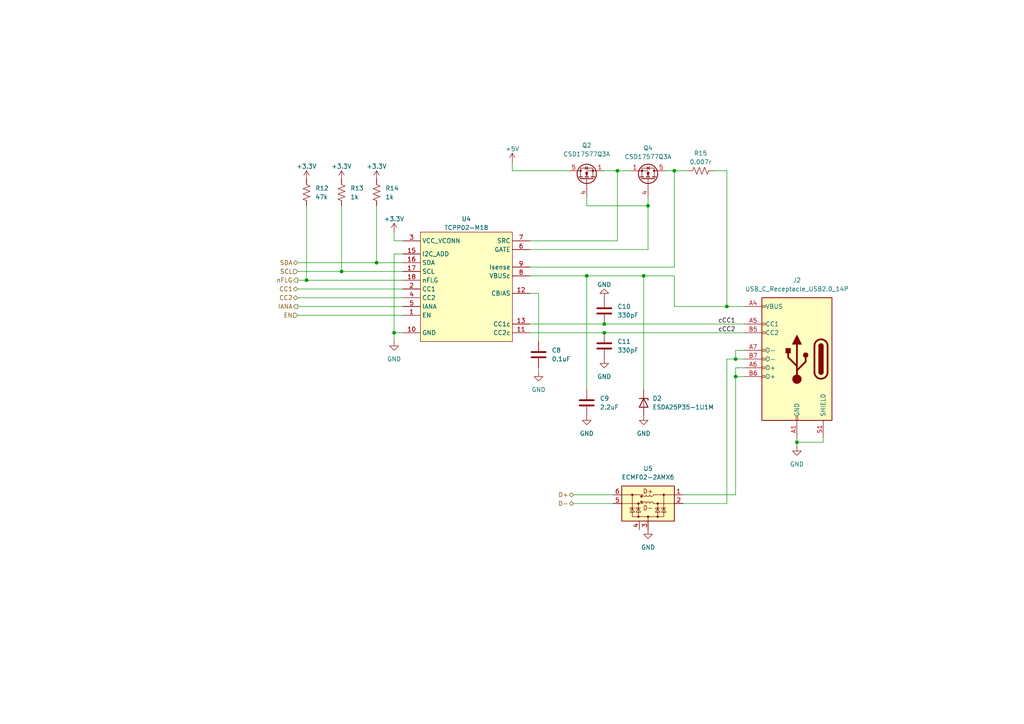
<source format=kicad_sch>
(kicad_sch (version 20231120) (generator "eeschema") (generator_version "8.0")
  (paper "A4")
  (title_block (date "mar. 31 mars 2015"))
  (lib_symbols
    (symbol "Connector:USB_C_Receptacle_USB2.0_14P" (pin_names (offset 1.016))
      (property "Reference" "J" (at 0 22.225 0))
      (property "Value" "USB_C_Receptacle_USB2.0_14P" (at 0 19.685 0))
      (symbol "USB_C_Receptacle_USB2.0_14P_0_0"
        (rectangle (start -0.254 -17.78) (end 0.254 -16.764))
        (rectangle (start 10.16 -4.826) (end 9.144 -5.334))
        (rectangle (start 10.16 -2.286) (end 9.144 -2.794))
        (rectangle (start 10.16 0.254) (end 9.144 -0.254))
        (rectangle (start 10.16 2.794) (end 9.144 2.286))
        (rectangle (start 10.16 7.874) (end 9.144 7.366))
        (rectangle (start 10.16 10.414) (end 9.144 9.906))
        (rectangle (start 10.16 15.494) (end 9.144 14.986))
      )
      (symbol "USB_C_Receptacle_USB2.0_14P_0_1"
        (rectangle (start -10.16 17.78) (end 10.16 -17.78) (stroke (width 0.254)) (fill (type background)))
        (arc (start -8.89 -3.81) (mid -6.985 -5.7067) (end -5.08 -3.81) (stroke (width 0.508)))
        (arc (start -7.62 -3.81) (mid -6.985 -4.4423) (end -6.35 -3.81) (stroke (width 0.254)))
        (arc (start -7.62 -3.81) (mid -6.985 -4.4423) (end -6.35 -3.81) (stroke (width 0.254)) (fill (type outline)))
        (rectangle (start -7.62 -3.81) (end -6.35 3.81) (stroke (width 0.254)) (fill (type outline)))
        (arc (start -6.35 3.81) (mid -6.985 4.4423) (end -7.62 3.81) (stroke (width 0.254)))
        (arc (start -6.35 3.81) (mid -6.985 4.4423) (end -7.62 3.81) (stroke (width 0.254)) (fill (type outline)))
        (arc (start -5.08 3.81) (mid -6.985 5.7067) (end -8.89 3.81) (stroke (width 0.508)))
        (circle (center -2.54 1.143) (radius 0.635) (stroke (width 0.254)) (fill (type outline)))
        (circle (center 0 -5.842) (radius 1.27) (fill (type outline)))
        (polyline (pts (xy -8.89 -3.81) (xy -8.89 3.81)) (stroke (width 0.508)))
        (polyline (pts (xy -5.08 3.81) (xy -5.08 -3.81)) (stroke (width 0.508)))
        (polyline (pts (xy 0 -5.842) (xy 0 4.318)) (stroke (width 0.508)))
        (polyline (pts (xy 0 -3.302) (xy -2.54 -0.762) (xy -2.54 0.508)) (stroke (width 0.508)))
        (polyline (pts (xy 0 -2.032) (xy 2.54 0.508) (xy 2.54 1.778)) (stroke (width 0.508)))
        (polyline (pts (xy -1.27 4.318) (xy 0 6.858) (xy 1.27 4.318) (xy -1.27 4.318)) (stroke (width 0.254)) (fill (type outline)))
        (rectangle (start 1.905 1.778) (end 3.175 3.048) (stroke (width 0.254)) (fill (type outline)))
      )
      (symbol "USB_C_Receptacle_USB2.0_14P_1_1"
        (pin passive line (at 0 -22.86 90) (length 5.08) (name "GND") (number "A1"))
        (pin passive line (at 0 -22.86 90) (length 5.08) hide (name "GND") (number "A12"))
        (pin passive line (at 15.24 15.24 180) (length 5.08) (name "VBUS") (number "A4"))
        (pin bidirectional line (at 15.24 10.16 180) (length 5.08) (name "CC1") (number "A5"))
        (pin bidirectional line (at 15.24 -2.54 180) (length 5.08) (name "D+") (number "A6"))
        (pin bidirectional line (at 15.24 2.54 180) (length 5.08) (name "D-") (number "A7"))
        (pin passive line (at 15.24 15.24 180) (length 5.08) hide (name "VBUS") (number "A9"))
        (pin passive line (at 0 -22.86 90) (length 5.08) hide (name "GND") (number "B1"))
        (pin passive line (at 0 -22.86 90) (length 5.08) hide (name "GND") (number "B12"))
        (pin passive line (at 15.24 15.24 180) (length 5.08) hide (name "VBUS") (number "B4"))
        (pin bidirectional line (at 15.24 7.62 180) (length 5.08) (name "CC2") (number "B5"))
        (pin bidirectional line (at 15.24 -5.08 180) (length 5.08) (name "D+") (number "B6"))
        (pin bidirectional line (at 15.24 0 180) (length 5.08) (name "D-") (number "B7"))
        (pin passive line (at 15.24 15.24 180) (length 5.08) hide (name "VBUS") (number "B9"))
        (pin passive line (at -7.62 -22.86 90) (length 5.08) (name "SHIELD") (number "S1"))
      )
    )
    (symbol "Device:C" (pin_numbers hide) (pin_names (offset 0.254))
      (property "Reference" "C" (at 0.635 2.54 0))
      (property "Value" "C" (at 0.635 -2.54 0))
      (symbol "C_0_1"
        (polyline (pts (xy -2.032 -0.762) (xy 2.032 -0.762)) (stroke (width 0.508)))
        (polyline (pts (xy -2.032 0.762) (xy 2.032 0.762)) (stroke (width 0.508)))
      )
      (symbol "C_1_1"
        (pin passive line (at 0 3.81 270) (length 2.794) (name "~") (number "1"))
        (pin passive line (at 0 -3.81 90) (length 2.794) (name "~") (number "2"))
      )
    )
    (symbol "Device:D_Zener" (pin_numbers hide) (pin_names (offset 1.016) hide)
      (property "Reference" "D" (at 0 2.54 0))
      (property "Value" "D_Zener" (at 0 -2.54 0))
      (symbol "D_Zener_0_1"
        (polyline (pts (xy 1.27 0) (xy -1.27 0)))
        (polyline (pts (xy -1.27 -1.27) (xy -1.27 1.27) (xy -0.762 1.27)) (stroke (width 0.254)))
        (polyline (pts (xy 1.27 -1.27) (xy 1.27 1.27) (xy -1.27 0) (xy 1.27 -1.27)) (stroke (width 0.254)))
      )
      (symbol "D_Zener_1_1"
        (pin passive line (at -3.81 0 0) (length 2.54) (name "K") (number "1"))
        (pin passive line (at 3.81 0 180) (length 2.54) (name "A") (number "2"))
      )
    )
    (symbol "Device:R_US" (pin_numbers hide) (pin_names (offset 0))
      (property "Reference" "R" (at 2.54 0 90))
      (property "Value" "R_US" (at -2.54 0 90))
      (symbol "R_US_0_1"
        (polyline (pts (xy 0 -2.286) (xy 0 -2.54)))
        (polyline (pts (xy 0 2.286) (xy 0 2.54)))
        (polyline (pts (xy 0 -0.762) (xy 1.016 -1.143) (xy 0 -1.524) (xy -1.016 -1.905) (xy 0 -2.286)))
        (polyline (pts (xy 0 0.762) (xy 1.016 0.381) (xy 0 0) (xy -1.016 -0.381) (xy 0 -0.762)))
        (polyline (pts (xy 0 2.286) (xy 1.016 1.905) (xy 0 1.524) (xy -1.016 1.143) (xy 0 0.762)))
      )
      (symbol "R_US_1_1"
        (pin passive line (at 0 3.81 270) (length 1.27) (name "~") (number "1"))
        (pin passive line (at 0 -3.81 90) (length 1.27) (name "~") (number "2"))
      )
    )
    (symbol "Power_Protection:ECMF02-2AMX6" (pin_names (offset 0.0254) hide)
      (property "Reference" "U" (at 0 10.16 0))
      (property "Value" "ECMF02-2AMX6" (at 0 7.62 0))
      (symbol "ECMF02-2AMX6_0_1"
        (rectangle (start -7.62 5.08) (end 7.62 -5.08) (stroke (width 0.254)) (fill (type background)))
        (arc (start -1.524 2.5023) (mid -1.016 2.0306) (end -0.508 2.5023))
        (arc (start -0.508 0.0377) (mid -1.016 0.5094) (end -1.524 0.0377))
        (arc (start -0.508 2.5023) (mid 0 2.0306) (end 0.508 2.5023))
        (polyline (pts (xy -7.62 0) (xy -1.524 0)))
        (polyline (pts (xy -7.62 2.54) (xy -1.524 2.54)))
        (polyline (pts (xy -4.572 -3.81) (xy 4.572 -3.81)))
        (polyline (pts (xy -4.572 2.54) (xy -4.572 -3.81)))
        (polyline (pts (xy -2.794 0) (xy -2.794 -3.81)))
        (polyline (pts (xy 0 -5.08) (xy 0 -3.81)))
        (polyline (pts (xy 2.54 0) (xy 1.524 0)))
        (polyline (pts (xy 2.54 0) (xy 7.62 0)))
        (polyline (pts (xy 2.54 2.54) (xy 1.524 2.54)))
        (polyline (pts (xy 2.54 2.54) (xy 7.62 2.54)))
        (polyline (pts (xy 2.794 0) (xy 2.794 -3.81)))
        (polyline (pts (xy 4.572 2.54) (xy 4.572 -3.81)))
        (arc (start 0.508 0.0377) (mid 0 0.5094) (end -0.508 0.0377))
        (arc (start 0.508 2.5023) (mid 1.016 2.0306) (end 1.524 2.5023))
        (arc (start 1.524 0.0377) (mid 1.016 0.5094) (end 0.508 0.0377))
        (text "D+" (at 0 3.556 0) (effects (font (size 1.27 1.27))))
        (text "D-" (at 0 -1.27 0) (effects (font (size 1.27 1.27))))
      )
      (symbol "ECMF02-2AMX6_1_1"
        (circle (center -4.572 2.54) (radius 0.254) (fill (type outline)))
        (circle (center -2.794 -3.81) (radius 0.254) (fill (type outline)))
        (circle (center -2.794 0) (radius 0.254) (fill (type outline)))
        (circle (center 0 -3.81) (radius 0.254) (fill (type outline)))
        (polyline (pts (xy -3.937 -1.651) (xy -3.937 -1.27) (xy -5.207 -1.27)))
        (polyline (pts (xy -2.159 -1.651) (xy -2.159 -1.27) (xy -3.429 -1.27)))
        (polyline (pts (xy 3.429 -1.651) (xy 3.429 -1.27) (xy 2.159 -1.27)))
        (polyline (pts (xy 5.207 -1.651) (xy 5.207 -1.27) (xy 3.937 -1.27)))
        (polyline (pts (xy -5.207 -2.54) (xy -3.937 -2.54) (xy -4.572 -1.27) (xy -5.207 -2.54)))
        (polyline (pts (xy -3.429 -2.54) (xy -2.159 -2.54) (xy -2.794 -1.27) (xy -3.429 -2.54)))
        (polyline (pts (xy 3.429 -2.54) (xy 2.159 -2.54) (xy 2.794 -1.27) (xy 3.429 -2.54)))
        (polyline (pts (xy 5.207 -2.54) (xy 3.937 -2.54) (xy 4.572 -1.27) (xy 5.207 -2.54)))
        (circle (center 1.905 0.508) (radius 0.254) (fill (type outline)))
        (circle (center 1.905 2.032) (radius 0.254) (fill (type outline)))
        (circle (center 2.794 -3.81) (radius 0.254) (fill (type outline)))
        (circle (center 2.794 0) (radius 0.254) (fill (type outline)))
        (circle (center 4.572 2.54) (radius 0.254) (fill (type outline)))
        (pin passive line (at -10.16 2.54 0) (length 2.54) (name "D+_in") (number "1"))
        (pin passive line (at -10.16 0 0) (length 2.54) (name "D-_in") (number "2"))
        (pin power_in line (at 0 -7.62 90) (length 2.54) (name "GND") (number "3"))
        (pin free line (at 2.54 -7.62 90) (length 2.54) (name "NC") (number "4"))
        (pin passive line (at 10.16 0 180) (length 2.54) (name "D-_out") (number "5"))
        (pin passive line (at 10.16 2.54 180) (length 2.54) (name "D+_out") (number "6"))
      )
    )
    (symbol "Transistor_FET:CSD17577Q3A" (pin_names hide)
      (property "Reference" "Q" (at 5.08 1.905 0))
      (property "Value" "CSD17577Q3A" (at 5.08 0 0))
      (symbol "CSD17577Q3A_0_1"
        (polyline (pts (xy 0.254 0) (xy -2.54 0)))
        (polyline (pts (xy 0.254 1.905) (xy 0.254 -1.905)) (stroke (width 0.254)))
        (polyline (pts (xy 0.762 -1.27) (xy 0.762 -2.286)) (stroke (width 0.254)))
        (polyline (pts (xy 0.762 0.508) (xy 0.762 -0.508)) (stroke (width 0.254)))
        (polyline (pts (xy 0.762 2.286) (xy 0.762 1.27)) (stroke (width 0.254)))
        (polyline (pts (xy 2.54 2.54) (xy 2.54 1.778)))
        (polyline (pts (xy 2.54 -2.54) (xy 2.54 0) (xy 0.762 0)))
        (polyline (pts (xy 0.762 -1.778) (xy 3.302 -1.778) (xy 3.302 1.778) (xy 0.762 1.778)))
        (polyline (pts (xy 1.016 0) (xy 2.032 0.381) (xy 2.032 -0.381) (xy 1.016 0)) (fill (type outline)))
        (polyline (pts (xy 2.794 0.508) (xy 2.921 0.381) (xy 3.683 0.381) (xy 3.81 0.254)))
        (polyline (pts (xy 3.302 0.381) (xy 2.921 -0.254) (xy 3.683 -0.254) (xy 3.302 0.381)))
        (circle (center 1.651 0) (radius 2.794) (stroke (width 0.254)))
        (circle (center 2.54 -1.778) (radius 0.254) (fill (type outline)))
        (circle (center 2.54 1.778) (radius 0.254) (fill (type outline)))
      )
      (symbol "CSD17577Q3A_1_1"
        (pin passive line (at 2.54 -5.08 90) (length 2.54) (name "S") (number "1"))
        (pin passive line (at 2.54 -5.08 90) (length 2.54) hide (name "S") (number "2"))
        (pin passive line (at 2.54 -5.08 90) (length 2.54) hide (name "S") (number "3"))
        (pin passive line (at -5.08 0 0) (length 2.54) (name "G") (number "4"))
        (pin passive line (at 2.54 5.08 270) (length 2.54) (name "D") (number "5"))
      )
    )
    (symbol "power:+3.3V" (power) (pin_numbers hide) (pin_names (offset 0) hide)
      (property "Value" "+3.3V" (at 0 3.556 0))
      (symbol "+3.3V_0_1"
        (polyline (pts (xy -0.762 1.27) (xy 0 2.54)))
        (polyline (pts (xy 0 0) (xy 0 2.54)))
        (polyline (pts (xy 0 2.54) (xy 0.762 1.27)))
      )
      (symbol "+3.3V_1_1"
        (pin power_in line (at 0 0 90) (length 0) (name "~") (number "1"))
      )
    )
    (symbol "power:+5V" (power) (pin_numbers hide) (pin_names (offset 0) hide)
      (property "Value" "+5V" (at 0 3.556 0))
      (symbol "+5V_0_1"
        (polyline (pts (xy -0.762 1.27) (xy 0 2.54)))
        (polyline (pts (xy 0 0) (xy 0 2.54)))
        (polyline (pts (xy 0 2.54) (xy 0.762 1.27)))
      )
      (symbol "+5V_1_1"
        (pin power_in line (at 0 0 90) (length 0) (name "~") (number "1"))
      )
    )
    (symbol "power:GND" (power) (pin_numbers hide) (pin_names (offset 0) hide)
      (property "Value" "GND" (at 0 -3.81 0))
      (symbol "GND_0_1"
        (polyline (pts (xy 0 0) (xy 0 -1.27) (xy 1.27 -1.27) (xy 0 -2.54) (xy -1.27 -1.27) (xy 0 -1.27)))
      )
      (symbol "GND_1_1"
        (pin power_in line (at 0 0 270) (length 0) (name "~") (number "1"))
      )
    )
    (symbol "steezeman:TCPP02-M18"
      (property "Reference" "U" (at 21.082 8.382 0))
      (property "Value" "TCPP02-M18" (at 0 -7.62 0))
      (symbol "TCPP02-M18_1_1"
        (rectangle (start 5.08 2.54) (end 31.75 -29.21) (fill (type background)))
        (pin input line (at 0 -21.59 0) (length 5.08) (name "EN") (number "1"))
        (pin power_in line (at 0 -26.67 0) (length 5.08) (name "GND") (number "10"))
        (pin bidirectional line (at 36.83 -26.67 180) (length 5.08) (name "CC2c") (number "11"))
        (pin output line (at 36.83 -15.24 180) (length 5.08) (name "CBIAS") (number "12"))
        (pin bidirectional line (at 36.83 -24.13 180) (length 5.08) (name "CC1c") (number "13"))
        (pin power_in line (at 0 -26.67 0) (length 5.08) hide (name "GND") (number "14"))
        (pin input line (at 0 -3.81 0) (length 5.08) (name "I2C_ADD") (number "15"))
        (pin bidirectional line (at 0 -6.35 0) (length 5.08) (name "SDA") (number "16"))
        (pin bidirectional line (at 0 -8.89 0) (length 5.08) (name "SCL") (number "17"))
        (pin output line (at 0 -11.43 0) (length 5.08) (name "nFLG") (number "18"))
        (pin power_in line (at 0 -26.67 0) (length 5.08) hide (name "GND") (number "19"))
        (pin bidirectional line (at 0 -13.97 0) (length 5.08) (name "CC1") (number "2"))
        (pin power_in line (at 0 0 0) (length 5.08) (name "VCC_VCONN") (number "3"))
        (pin bidirectional line (at 0 -16.51 0) (length 5.08) (name "CC2") (number "4"))
        (pin output line (at 0 -19.05 0) (length 5.08) (name "IANA") (number "5"))
        (pin output line (at 36.83 -2.54 180) (length 5.08) (name "GATE") (number "6"))
        (pin input line (at 36.83 0 180) (length 5.08) (name "SRC") (number "7"))
        (pin input line (at 36.83 -10.16 180) (length 5.08) (name "VBUSc") (number "8"))
        (pin input line (at 36.83 -7.62 180) (length 5.08) (name "Isense") (number "9"))
      )
    )
  )
  (junction (at 195.58 49.53))
  (junction (at 109.22 76.2))
  (junction (at 186.69 80.01))
  (junction (at 114.3 96.52))
  (junction (at 210.82 88.9))
  (junction (at 88.9 81.28))
  (junction (at 175.26 93.98))
  (junction (at 170.18 80.01))
  (junction (at 99.06 78.74))
  (junction (at 213.36 104.14))
  (junction (at 175.26 96.52))
  (junction (at 231.14 128.27))
  (junction (at 179.07 49.53))
  (junction (at 187.96 59.69))
  (junction (at 213.36 109.22))
  (wire (pts (xy 114.3 96.52) (xy 114.3 99.06)))
  (wire (pts (xy 195.58 77.47) (xy 153.67 77.47)))
  (wire (pts (xy 153.67 69.85) (xy 179.07 69.85)))
  (wire (pts (xy 213.36 104.14) (xy 210.82 104.14)))
  (wire (pts (xy 166.37 143.51) (xy 177.8 143.51)))
  (wire (pts (xy 109.22 76.2) (xy 116.84 76.2)))
  (wire (pts (xy 213.36 109.22) (xy 215.9 109.22)))
  (wire (pts (xy 186.69 80.01) (xy 186.69 113.03)))
  (wire (pts (xy 195.58 88.9) (xy 195.58 80.01)))
  (wire (pts (xy 210.82 88.9) (xy 195.58 88.9)))
  (wire (pts (xy 153.67 93.98) (xy 175.26 93.98)))
  (wire (pts (xy 213.36 143.51) (xy 198.12 143.51)))
  (wire (pts (xy 170.18 80.01) (xy 170.18 113.03)))
  (wire (pts (xy 114.3 73.66) (xy 114.3 96.52)))
  (wire (pts (xy 99.06 78.74) (xy 116.84 78.74)))
  (wire (pts (xy 231.14 128.27) (xy 238.76 128.27)))
  (wire (pts (xy 116.84 73.66) (xy 114.3 73.66)))
  (wire (pts (xy 153.67 96.52) (xy 175.26 96.52)))
  (wire (pts (xy 213.36 109.22) (xy 213.36 143.51)))
  (wire (pts (xy 170.18 57.15) (xy 170.18 59.69)))
  (wire (pts (xy 207.01 49.53) (xy 210.82 49.53)))
  (wire (pts (xy 210.82 104.14) (xy 210.82 146.05)))
  (wire (pts (xy 99.06 59.69) (xy 99.06 78.74)))
  (wire (pts (xy 179.07 69.85) (xy 179.07 49.53)))
  (wire (pts (xy 213.36 104.14) (xy 213.36 101.6)))
  (wire (pts (xy 86.36 81.28) (xy 88.9 81.28)))
  (wire (pts (xy 114.3 67.31) (xy 114.3 69.85)))
  (wire (pts (xy 116.84 69.85) (xy 114.3 69.85)))
  (wire (pts (xy 86.36 83.82) (xy 116.84 83.82)))
  (wire (pts (xy 170.18 59.69) (xy 187.96 59.69)))
  (wire (pts (xy 195.58 49.53) (xy 199.39 49.53)))
  (wire (pts (xy 187.96 72.39) (xy 187.96 59.69)))
  (wire (pts (xy 215.9 106.68) (xy 213.36 106.68)))
  (wire (pts (xy 109.22 76.2) (xy 109.22 59.69)))
  (wire (pts (xy 175.26 49.53) (xy 179.07 49.53)))
  (wire (pts (xy 175.26 96.52) (xy 215.9 96.52)))
  (wire (pts (xy 187.96 59.69) (xy 187.96 57.15)))
  (wire (pts (xy 86.36 78.74) (xy 99.06 78.74)))
  (wire (pts (xy 88.9 81.28) (xy 116.84 81.28)))
  (wire (pts (xy 116.84 96.52) (xy 114.3 96.52)))
  (wire (pts (xy 210.82 49.53) (xy 210.82 88.9)))
  (wire (pts (xy 195.58 49.53) (xy 195.58 77.47)))
  (wire (pts (xy 166.37 146.05) (xy 177.8 146.05)))
  (wire (pts (xy 156.21 99.06) (xy 156.21 85.09)))
  (wire (pts (xy 195.58 80.01) (xy 186.69 80.01)))
  (wire (pts (xy 86.36 86.36) (xy 116.84 86.36)))
  (wire (pts (xy 193.04 49.53) (xy 195.58 49.53)))
  (wire (pts (xy 153.67 72.39) (xy 187.96 72.39)))
  (wire (pts (xy 156.21 106.68) (xy 156.21 107.95)))
  (wire (pts (xy 213.36 106.68) (xy 213.36 109.22)))
  (wire (pts (xy 210.82 146.05) (xy 198.12 146.05)))
  (wire (pts (xy 170.18 80.01) (xy 186.69 80.01)))
  (wire (pts (xy 231.14 128.27) (xy 231.14 127)))
  (wire (pts (xy 231.14 129.54) (xy 231.14 128.27)))
  (wire (pts (xy 86.36 76.2) (xy 109.22 76.2)))
  (wire (pts (xy 86.36 91.44) (xy 116.84 91.44)))
  (wire (pts (xy 179.07 49.53) (xy 182.88 49.53)))
  (wire (pts (xy 215.9 88.9) (xy 210.82 88.9)))
  (wire (pts (xy 156.21 85.09) (xy 153.67 85.09)))
  (wire (pts (xy 88.9 59.69) (xy 88.9 81.28)))
  (wire (pts (xy 175.26 93.98) (xy 215.9 93.98)))
  (wire (pts (xy 148.59 46.99) (xy 148.59 49.53)))
  (wire (pts (xy 86.36 88.9) (xy 116.84 88.9)))
  (wire (pts (xy 215.9 104.14) (xy 213.36 104.14)))
  (wire (pts (xy 238.76 128.27) (xy 238.76 127)))
  (wire (pts (xy 213.36 101.6) (xy 215.9 101.6)))
  (wire (pts (xy 165.1 49.53) (xy 148.59 49.53)))
  (wire (pts (xy 153.67 80.01) (xy 170.18 80.01)))
  (label "cCC2" (at 208.28 96.52 0))
  (label "cCC1" (at 208.28 93.98 0))
  (hierarchical_label "D+" (shape bidirectional) (at 166.37 143.51 180))
  (hierarchical_label "EN" (shape input) (at 86.36 91.44 180))
  (hierarchical_label "CC1" (shape bidirectional) (at 86.36 83.82 180))
  (hierarchical_label "SDA" (shape bidirectional) (at 86.36 76.2 180))
  (hierarchical_label "D-" (shape bidirectional) (at 166.37 146.05 180))
  (hierarchical_label "CC2" (shape bidirectional) (at 86.36 86.36 180))
  (hierarchical_label "IANA" (shape output) (at 86.36 88.9 180))
  (hierarchical_label "SCL" (shape input) (at 86.36 78.74 180))
  (hierarchical_label "nFLG" (shape output) (at 86.36 81.28 180))
  (symbol (lib_id "Device:C") (at 156.21 102.87 0) (unit 1)
    (property "Reference" "C8" (at 160.02 101.5999 0) (effects (justify left)))
    (property "Value" "0.1uF" (at 160.02 104.1399 0) (effects (justify left)))
    (property "Description" "Unpolarized capacitor" (effects (hide yes)))
  )
  (symbol (lib_id "power:GND") (at 114.3 99.06 0) (unit 1)
    (property "Reference" "#PWR028" (effects (hide yes)))
    (property "Value" "GND" (at 114.3 104.14 0))
    (property "Description" "Power symbol creates a global label with name \"GND\" , ground" (effects (hide yes)))
  )
  (symbol (lib_id "power:GND") (at 156.21 107.95 0) (unit 1)
    (property "Reference" "#PWR030" (effects (hide yes)))
    (property "Value" "GND" (at 156.21 113.03 0))
    (property "Description" "Power symbol creates a global label with name \"GND\" , ground" (effects (hide yes)))
  )
  (symbol (lib_id "power:GND") (at 187.96 153.67 0) (unit 1)
    (property "Reference" "#PWR035" (effects (hide yes)))
    (property "Value" "GND" (at 187.96 158.75 0))
    (property "Description" "Power symbol creates a global label with name \"GND\" , ground" (effects (hide yes)))
  )
  (symbol (lib_id "Connector:USB_C_Receptacle_USB2.0_14P") (at 231.14 104.14 0) (mirror y) (unit 1)
    (property "Reference" "J2" (at 231.14 81.28 0))
    (property "Value" "USB_C_Receptacle_USB2.0_14P" (at 231.14 83.82 0))
    (property "Datasheet" "https://www.usb.org/sites/default/files/documents/usb_type-c.zip" (effects (hide yes)))
    (property "Description" "USB 2.0-only 14P Type-C Receptacle connector" (effects (hide yes)))
  )
  (symbol (lib_id "power:GND") (at 175.26 104.14 0) (unit 1)
    (property "Reference" "#PWR033" (effects (hide yes)))
    (property "Value" "GND" (at 175.26 109.22 0))
    (property "Description" "Power symbol creates a global label with name \"GND\" , ground" (effects (hide yes)))
  )
  (symbol (lib_id "Transistor_FET:CSD17577Q3A") (at 170.18 52.07 90) (unit 1)
    (property "Reference" "Q2" (at 170.18 42.164 90))
    (property "Value" "CSD17577Q3A" (at 170.18 44.704 90))
    (property "Footprint" "Package_SON:VSON-8_3.3x3.3mm_P0.65mm_NexFET" (effects (hide yes)))
    (property "Datasheet" "https://www.ti.com/lit/ds/symlink/csd17577q3a.pdf" (effects (hide yes)))
    (property "Description" "35A Id, 30V Vds, NexFET N-Channel Power MOSFET, 4.0mOhm Ron, Qg Typ 12nC, VSON-8 3.3x3.3mm" (effects (hide yes)))
  )
  (symbol (lib_id "Power_Protection:ECMF02-2AMX6") (at 187.96 146.05 0) (mirror y) (unit 1)
    (property "Reference" "U5" (at 187.96 135.89 0))
    (property "Value" "ECMF02-2AMX6" (at 187.96 138.43 0))
    (property "Footprint" "Package_DFN_QFN:ST_UQFN-6L_1.5x1.7mm_P0.5mm" (effects (hide yes)))
    (property "Datasheet" "https://www.st.com/resource/en/datasheet/ecmf02-2amx6.pdf" (effects (hide yes)))
    (property "Description" "Single Pair Common Mode Filter with ESD Protection, UQFN-6L" (effects (hide yes)))
  )
  (symbol (lib_id "power:GND") (at 231.14 129.54 0) (unit 1)
    (property "Reference" "#PWR036" (effects (hide yes)))
    (property "Value" "GND" (at 231.14 134.62 0))
    (property "Description" "Power symbol creates a global label with name \"GND\" , ground" (effects (hide yes)))
  )
  (symbol (lib_id "Device:C") (at 170.18 116.84 0) (unit 1)
    (property "Reference" "C9" (at 173.99 115.5699 0) (effects (justify left)))
    (property "Value" "2.2uF" (at 173.99 118.1099 0) (effects (justify left)))
    (property "Description" "Unpolarized capacitor" (effects (hide yes)))
  )
  (symbol (lib_id "Device:D_Zener") (at 186.69 116.84 270) (unit 1)
    (property "Reference" "D2" (at 189.23 115.5699 90) (effects (justify left)))
    (property "Value" "ESDA25P35-1U1M" (at 189.23 118.1099 90) (effects (justify left)))
    (property "Description" "Zener diode" (effects (hide yes)))
  )
  (symbol (lib_id "power:+3.3V") (at 88.9 52.07 0) (unit 1)
    (property "Reference" "#PWR024" (effects (hide yes)))
    (property "Value" "+3.3V" (at 88.9 48.26 0))
    (property "Description" "Power symbol creates a global label with name \"+3.3V\"" (effects (hide yes)))
  )
  (symbol (lib_id "Transistor_FET:CSD17577Q3A") (at 187.96 52.07 270) (mirror x) (unit 1)
    (property "Reference" "Q4" (at 187.96 42.926 90))
    (property "Value" "CSD17577Q3A" (at 187.96 45.466 90))
    (property "Footprint" "Package_SON:VSON-8_3.3x3.3mm_P0.65mm_NexFET" (effects (hide yes)))
    (property "Datasheet" "https://www.ti.com/lit/ds/symlink/csd17577q3a.pdf" (effects (hide yes)))
    (property "Description" "35A Id, 30V Vds, NexFET N-Channel Power MOSFET, 4.0mOhm Ron, Qg Typ 12nC, VSON-8 3.3x3.3mm" (effects (hide yes)))
  )
  (symbol (lib_id "Device:C") (at 175.26 90.17 0) (unit 1)
    (property "Reference" "C10" (at 179.07 88.8999 0) (effects (justify left)))
    (property "Value" "330pF" (at 179.07 91.4399 0) (effects (justify left)))
    (property "Description" "Unpolarized capacitor" (effects (hide yes)))
  )
  (symbol (lib_id "power:+3.3V") (at 109.22 52.07 0) (unit 1)
    (property "Reference" "#PWR026" (effects (hide yes)))
    (property "Value" "+3.3V" (at 109.22 48.26 0))
    (property "Description" "Power symbol creates a global label with name \"+3.3V\"" (effects (hide yes)))
  )
  (symbol (lib_id "power:GND") (at 170.18 120.65 0) (unit 1)
    (property "Reference" "#PWR031" (effects (hide yes)))
    (property "Value" "GND" (at 170.18 125.73 0))
    (property "Description" "Power symbol creates a global label with name \"GND\" , ground" (effects (hide yes)))
  )
  (symbol (lib_id "power:+3.3V") (at 99.06 52.07 0) (unit 1)
    (property "Reference" "#PWR025" (effects (hide yes)))
    (property "Value" "+3.3V" (at 99.06 48.26 0))
    (property "Description" "Power symbol creates a global label with name \"+3.3V\"" (effects (hide yes)))
  )
  (symbol (lib_id "Device:R_US") (at 109.22 55.88 180) (unit 1)
    (property "Reference" "R14" (at 111.76 54.6099 0) (effects (justify right)))
    (property "Value" "1k" (at 111.76 57.1499 0) (effects (justify right)))
    (property "Description" "Resistor, US symbol" (effects (hide yes)))
  )
  (symbol (lib_id "Device:R_US") (at 99.06 55.88 180) (unit 1)
    (property "Reference" "R13" (at 101.6 54.6099 0) (effects (justify right)))
    (property "Value" "1k" (at 101.6 57.1499 0) (effects (justify right)))
    (property "Description" "Resistor, US symbol" (effects (hide yes)))
  )
  (symbol (lib_id "Device:R_US") (at 203.2 49.53 90) (unit 1)
    (property "Reference" "R15" (at 203.2 44.45 90))
    (property "Value" "0.007r" (at 203.2 46.99 90))
    (property "Description" "Resistor, US symbol" (effects (hide yes)))
  )
  (symbol (lib_id "Device:C") (at 175.26 100.33 0) (unit 1)
    (property "Reference" "C11" (at 179.07 99.0599 0) (effects (justify left)))
    (property "Value" "330pF" (at 179.07 101.5999 0) (effects (justify left)))
    (property "Description" "Unpolarized capacitor" (effects (hide yes)))
  )
  (symbol (lib_id "power:+3.3V") (at 114.3 67.31 0) (unit 1)
    (property "Reference" "#PWR027" (effects (hide yes)))
    (property "Value" "+3.3V" (at 114.3 63.5 0))
    (property "Description" "Power symbol creates a global label with name \"+3.3V\"" (effects (hide yes)))
  )
  (symbol (lib_id "Device:R_US") (at 88.9 55.88 180) (unit 1)
    (property "Reference" "R12" (at 91.44 54.6099 0) (effects (justify right)))
    (property "Value" "47k" (at 91.44 57.1499 0) (effects (justify right)))
    (property "Description" "Resistor, US symbol" (effects (hide yes)))
  )
  (symbol (lib_id "steezeman:TCPP02-M18") (at 116.84 69.85 0) (unit 1)
    (property "Reference" "U4" (at 135.255 63.5 0))
    (property "Value" "TCPP02-M18" (at 135.255 66.04 0))
    (property "Footprint" "steezeman:QFN-18L_3P5X3P5_STM" (effects (hide yes)))
    (property "Datasheet" "https://www.st.com/resource/en/datasheet/tcpp02-m18.pdf" (effects (hide yes)))
    (property "Description" "USB Type-C™ protection for source application" (effects (hide yes)))
  )
  (symbol (lib_id "power:GND") (at 186.69 120.65 0) (unit 1)
    (property "Reference" "#PWR034" (effects (hide yes)))
    (property "Value" "GND" (at 186.69 125.73 0))
    (property "Description" "Power symbol creates a global label with name \"GND\" , ground" (effects (hide yes)))
  )
  (symbol (lib_id "power:+5V") (at 148.59 46.99 0) (unit 1)
    (property "Reference" "#PWR029" (effects (hide yes)))
    (property "Value" "+5V" (at 148.59 43.18 0))
    (property "Description" "Power symbol creates a global label with name \"+5V\"" (effects (hide yes)))
  )
  (symbol (lib_id "power:GND") (at 175.26 86.36 180) (unit 1)
    (property "Reference" "#PWR032" (effects (hide yes)))
    (property "Value" "GND" (at 175.26 82.55 0))
    (property "Description" "Power symbol creates a global label with name \"GND\" , ground" (effects (hide yes)))
  )
)
</source>
